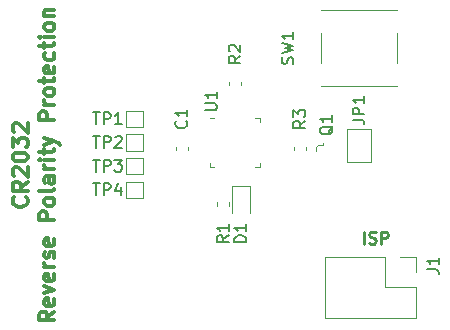
<source format=gbr>
G04 #@! TF.GenerationSoftware,KiCad,Pcbnew,(5.1.9)-1*
G04 #@! TF.CreationDate,2021-03-03T07:25:27+02:00*
G04 #@! TF.ProjectId,reverse,72657665-7273-4652-9e6b-696361645f70,rev?*
G04 #@! TF.SameCoordinates,Original*
G04 #@! TF.FileFunction,Legend,Top*
G04 #@! TF.FilePolarity,Positive*
%FSLAX46Y46*%
G04 Gerber Fmt 4.6, Leading zero omitted, Abs format (unit mm)*
G04 Created by KiCad (PCBNEW (5.1.9)-1) date 2021-03-03 07:25:27*
%MOMM*%
%LPD*%
G01*
G04 APERTURE LIST*
%ADD10C,0.300000*%
%ADD11C,0.250000*%
%ADD12C,0.100000*%
%ADD13C,0.120000*%
%ADD14C,0.150000*%
G04 APERTURE END LIST*
D10*
X123339285Y-64123809D02*
X123401190Y-64185714D01*
X123463095Y-64371428D01*
X123463095Y-64495238D01*
X123401190Y-64680952D01*
X123277380Y-64804761D01*
X123153571Y-64866666D01*
X122905952Y-64928571D01*
X122720238Y-64928571D01*
X122472619Y-64866666D01*
X122348809Y-64804761D01*
X122225000Y-64680952D01*
X122163095Y-64495238D01*
X122163095Y-64371428D01*
X122225000Y-64185714D01*
X122286904Y-64123809D01*
X123463095Y-62823809D02*
X122844047Y-63257142D01*
X123463095Y-63566666D02*
X122163095Y-63566666D01*
X122163095Y-63071428D01*
X122225000Y-62947619D01*
X122286904Y-62885714D01*
X122410714Y-62823809D01*
X122596428Y-62823809D01*
X122720238Y-62885714D01*
X122782142Y-62947619D01*
X122844047Y-63071428D01*
X122844047Y-63566666D01*
X122286904Y-62328571D02*
X122225000Y-62266666D01*
X122163095Y-62142857D01*
X122163095Y-61833333D01*
X122225000Y-61709523D01*
X122286904Y-61647619D01*
X122410714Y-61585714D01*
X122534523Y-61585714D01*
X122720238Y-61647619D01*
X123463095Y-62390476D01*
X123463095Y-61585714D01*
X122163095Y-60780952D02*
X122163095Y-60657142D01*
X122225000Y-60533333D01*
X122286904Y-60471428D01*
X122410714Y-60409523D01*
X122658333Y-60347619D01*
X122967857Y-60347619D01*
X123215476Y-60409523D01*
X123339285Y-60471428D01*
X123401190Y-60533333D01*
X123463095Y-60657142D01*
X123463095Y-60780952D01*
X123401190Y-60904761D01*
X123339285Y-60966666D01*
X123215476Y-61028571D01*
X122967857Y-61090476D01*
X122658333Y-61090476D01*
X122410714Y-61028571D01*
X122286904Y-60966666D01*
X122225000Y-60904761D01*
X122163095Y-60780952D01*
X122163095Y-59914285D02*
X122163095Y-59109523D01*
X122658333Y-59542857D01*
X122658333Y-59357142D01*
X122720238Y-59233333D01*
X122782142Y-59171428D01*
X122905952Y-59109523D01*
X123215476Y-59109523D01*
X123339285Y-59171428D01*
X123401190Y-59233333D01*
X123463095Y-59357142D01*
X123463095Y-59728571D01*
X123401190Y-59852380D01*
X123339285Y-59914285D01*
X122286904Y-58614285D02*
X122225000Y-58552380D01*
X122163095Y-58428571D01*
X122163095Y-58119047D01*
X122225000Y-57995238D01*
X122286904Y-57933333D01*
X122410714Y-57871428D01*
X122534523Y-57871428D01*
X122720238Y-57933333D01*
X123463095Y-58676190D01*
X123463095Y-57871428D01*
X125713095Y-73811904D02*
X125094047Y-74245238D01*
X125713095Y-74554761D02*
X124413095Y-74554761D01*
X124413095Y-74059523D01*
X124475000Y-73935714D01*
X124536904Y-73873809D01*
X124660714Y-73811904D01*
X124846428Y-73811904D01*
X124970238Y-73873809D01*
X125032142Y-73935714D01*
X125094047Y-74059523D01*
X125094047Y-74554761D01*
X125651190Y-72759523D02*
X125713095Y-72883333D01*
X125713095Y-73130952D01*
X125651190Y-73254761D01*
X125527380Y-73316666D01*
X125032142Y-73316666D01*
X124908333Y-73254761D01*
X124846428Y-73130952D01*
X124846428Y-72883333D01*
X124908333Y-72759523D01*
X125032142Y-72697619D01*
X125155952Y-72697619D01*
X125279761Y-73316666D01*
X124846428Y-72264285D02*
X125713095Y-71954761D01*
X124846428Y-71645238D01*
X125651190Y-70654761D02*
X125713095Y-70778571D01*
X125713095Y-71026190D01*
X125651190Y-71150000D01*
X125527380Y-71211904D01*
X125032142Y-71211904D01*
X124908333Y-71150000D01*
X124846428Y-71026190D01*
X124846428Y-70778571D01*
X124908333Y-70654761D01*
X125032142Y-70592857D01*
X125155952Y-70592857D01*
X125279761Y-71211904D01*
X125713095Y-70035714D02*
X124846428Y-70035714D01*
X125094047Y-70035714D02*
X124970238Y-69973809D01*
X124908333Y-69911904D01*
X124846428Y-69788095D01*
X124846428Y-69664285D01*
X125651190Y-69292857D02*
X125713095Y-69169047D01*
X125713095Y-68921428D01*
X125651190Y-68797619D01*
X125527380Y-68735714D01*
X125465476Y-68735714D01*
X125341666Y-68797619D01*
X125279761Y-68921428D01*
X125279761Y-69107142D01*
X125217857Y-69230952D01*
X125094047Y-69292857D01*
X125032142Y-69292857D01*
X124908333Y-69230952D01*
X124846428Y-69107142D01*
X124846428Y-68921428D01*
X124908333Y-68797619D01*
X125651190Y-67683333D02*
X125713095Y-67807142D01*
X125713095Y-68054761D01*
X125651190Y-68178571D01*
X125527380Y-68240476D01*
X125032142Y-68240476D01*
X124908333Y-68178571D01*
X124846428Y-68054761D01*
X124846428Y-67807142D01*
X124908333Y-67683333D01*
X125032142Y-67621428D01*
X125155952Y-67621428D01*
X125279761Y-68240476D01*
X125713095Y-66073809D02*
X124413095Y-66073809D01*
X124413095Y-65578571D01*
X124475000Y-65454761D01*
X124536904Y-65392857D01*
X124660714Y-65330952D01*
X124846428Y-65330952D01*
X124970238Y-65392857D01*
X125032142Y-65454761D01*
X125094047Y-65578571D01*
X125094047Y-66073809D01*
X125713095Y-64588095D02*
X125651190Y-64711904D01*
X125589285Y-64773809D01*
X125465476Y-64835714D01*
X125094047Y-64835714D01*
X124970238Y-64773809D01*
X124908333Y-64711904D01*
X124846428Y-64588095D01*
X124846428Y-64402380D01*
X124908333Y-64278571D01*
X124970238Y-64216666D01*
X125094047Y-64154761D01*
X125465476Y-64154761D01*
X125589285Y-64216666D01*
X125651190Y-64278571D01*
X125713095Y-64402380D01*
X125713095Y-64588095D01*
X125713095Y-63411904D02*
X125651190Y-63535714D01*
X125527380Y-63597619D01*
X124413095Y-63597619D01*
X125713095Y-62359523D02*
X125032142Y-62359523D01*
X124908333Y-62421428D01*
X124846428Y-62545238D01*
X124846428Y-62792857D01*
X124908333Y-62916666D01*
X125651190Y-62359523D02*
X125713095Y-62483333D01*
X125713095Y-62792857D01*
X125651190Y-62916666D01*
X125527380Y-62978571D01*
X125403571Y-62978571D01*
X125279761Y-62916666D01*
X125217857Y-62792857D01*
X125217857Y-62483333D01*
X125155952Y-62359523D01*
X125713095Y-61740476D02*
X124846428Y-61740476D01*
X125094047Y-61740476D02*
X124970238Y-61678571D01*
X124908333Y-61616666D01*
X124846428Y-61492857D01*
X124846428Y-61369047D01*
X125713095Y-60935714D02*
X124846428Y-60935714D01*
X124413095Y-60935714D02*
X124475000Y-60997619D01*
X124536904Y-60935714D01*
X124475000Y-60873809D01*
X124413095Y-60935714D01*
X124536904Y-60935714D01*
X124846428Y-60502380D02*
X124846428Y-60007142D01*
X124413095Y-60316666D02*
X125527380Y-60316666D01*
X125651190Y-60254761D01*
X125713095Y-60130952D01*
X125713095Y-60007142D01*
X124846428Y-59697619D02*
X125713095Y-59388095D01*
X124846428Y-59078571D02*
X125713095Y-59388095D01*
X126022619Y-59511904D01*
X126084523Y-59573809D01*
X126146428Y-59697619D01*
X125713095Y-57592857D02*
X124413095Y-57592857D01*
X124413095Y-57097619D01*
X124475000Y-56973809D01*
X124536904Y-56911904D01*
X124660714Y-56850000D01*
X124846428Y-56850000D01*
X124970238Y-56911904D01*
X125032142Y-56973809D01*
X125094047Y-57097619D01*
X125094047Y-57592857D01*
X125713095Y-56292857D02*
X124846428Y-56292857D01*
X125094047Y-56292857D02*
X124970238Y-56230952D01*
X124908333Y-56169047D01*
X124846428Y-56045238D01*
X124846428Y-55921428D01*
X125713095Y-55302380D02*
X125651190Y-55426190D01*
X125589285Y-55488095D01*
X125465476Y-55550000D01*
X125094047Y-55550000D01*
X124970238Y-55488095D01*
X124908333Y-55426190D01*
X124846428Y-55302380D01*
X124846428Y-55116666D01*
X124908333Y-54992857D01*
X124970238Y-54930952D01*
X125094047Y-54869047D01*
X125465476Y-54869047D01*
X125589285Y-54930952D01*
X125651190Y-54992857D01*
X125713095Y-55116666D01*
X125713095Y-55302380D01*
X124846428Y-54497619D02*
X124846428Y-54002380D01*
X124413095Y-54311904D02*
X125527380Y-54311904D01*
X125651190Y-54250000D01*
X125713095Y-54126190D01*
X125713095Y-54002380D01*
X125651190Y-53073809D02*
X125713095Y-53197619D01*
X125713095Y-53445238D01*
X125651190Y-53569047D01*
X125527380Y-53630952D01*
X125032142Y-53630952D01*
X124908333Y-53569047D01*
X124846428Y-53445238D01*
X124846428Y-53197619D01*
X124908333Y-53073809D01*
X125032142Y-53011904D01*
X125155952Y-53011904D01*
X125279761Y-53630952D01*
X125651190Y-51897619D02*
X125713095Y-52021428D01*
X125713095Y-52269047D01*
X125651190Y-52392857D01*
X125589285Y-52454761D01*
X125465476Y-52516666D01*
X125094047Y-52516666D01*
X124970238Y-52454761D01*
X124908333Y-52392857D01*
X124846428Y-52269047D01*
X124846428Y-52021428D01*
X124908333Y-51897619D01*
X124846428Y-51526190D02*
X124846428Y-51030952D01*
X124413095Y-51340476D02*
X125527380Y-51340476D01*
X125651190Y-51278571D01*
X125713095Y-51154761D01*
X125713095Y-51030952D01*
X125713095Y-50597619D02*
X124846428Y-50597619D01*
X124413095Y-50597619D02*
X124475000Y-50659523D01*
X124536904Y-50597619D01*
X124475000Y-50535714D01*
X124413095Y-50597619D01*
X124536904Y-50597619D01*
X125713095Y-49792857D02*
X125651190Y-49916666D01*
X125589285Y-49978571D01*
X125465476Y-50040476D01*
X125094047Y-50040476D01*
X124970238Y-49978571D01*
X124908333Y-49916666D01*
X124846428Y-49792857D01*
X124846428Y-49607142D01*
X124908333Y-49483333D01*
X124970238Y-49421428D01*
X125094047Y-49359523D01*
X125465476Y-49359523D01*
X125589285Y-49421428D01*
X125651190Y-49483333D01*
X125713095Y-49607142D01*
X125713095Y-49792857D01*
X124846428Y-48802380D02*
X125713095Y-48802380D01*
X124970238Y-48802380D02*
X124908333Y-48740476D01*
X124846428Y-48616666D01*
X124846428Y-48430952D01*
X124908333Y-48307142D01*
X125032142Y-48245238D01*
X125713095Y-48245238D01*
D11*
X151923809Y-68052380D02*
X151923809Y-67052380D01*
X152352380Y-68004761D02*
X152495238Y-68052380D01*
X152733333Y-68052380D01*
X152828571Y-68004761D01*
X152876190Y-67957142D01*
X152923809Y-67861904D01*
X152923809Y-67766666D01*
X152876190Y-67671428D01*
X152828571Y-67623809D01*
X152733333Y-67576190D01*
X152542857Y-67528571D01*
X152447619Y-67480952D01*
X152400000Y-67433333D01*
X152352380Y-67338095D01*
X152352380Y-67242857D01*
X152400000Y-67147619D01*
X152447619Y-67100000D01*
X152542857Y-67052380D01*
X152780952Y-67052380D01*
X152923809Y-67100000D01*
X153352380Y-68052380D02*
X153352380Y-67052380D01*
X153733333Y-67052380D01*
X153828571Y-67100000D01*
X153876190Y-67147619D01*
X153923809Y-67242857D01*
X153923809Y-67385714D01*
X153876190Y-67480952D01*
X153828571Y-67528571D01*
X153733333Y-67576190D01*
X153352380Y-67576190D01*
D12*
X148475000Y-59700240D02*
X148475000Y-59500240D01*
X148025000Y-59700240D02*
X148475000Y-59700240D01*
X147825000Y-59900240D02*
X148025000Y-59700240D01*
X147825000Y-60200240D02*
X147825000Y-59900240D01*
D13*
X139265000Y-57390000D02*
X138890000Y-57390000D01*
X143110000Y-61610000D02*
X143110000Y-61235000D01*
X142735000Y-61610000D02*
X143110000Y-61610000D01*
X138890000Y-61610000D02*
X138890000Y-61235000D01*
X139265000Y-61610000D02*
X138890000Y-61610000D01*
X143110000Y-57390000D02*
X143110000Y-57765000D01*
X142735000Y-57390000D02*
X143110000Y-57390000D01*
X131800000Y-64200000D02*
X131800000Y-62800000D01*
X133200000Y-64200000D02*
X131800000Y-64200000D01*
X133200000Y-62800000D02*
X133200000Y-64200000D01*
X131800000Y-62800000D02*
X133200000Y-62800000D01*
X131800000Y-62200000D02*
X131800000Y-60800000D01*
X133200000Y-62200000D02*
X131800000Y-62200000D01*
X133200000Y-60800000D02*
X133200000Y-62200000D01*
X131800000Y-60800000D02*
X133200000Y-60800000D01*
X131800000Y-60200000D02*
X131800000Y-58800000D01*
X133200000Y-60200000D02*
X131800000Y-60200000D01*
X133200000Y-58800000D02*
X133200000Y-60200000D01*
X131800000Y-58800000D02*
X133200000Y-58800000D01*
X131800000Y-58200000D02*
X131800000Y-56800000D01*
X133200000Y-58200000D02*
X131800000Y-58200000D01*
X133200000Y-56800000D02*
X133200000Y-58200000D01*
X131800000Y-56800000D02*
X133200000Y-56800000D01*
X148270000Y-54730000D02*
X154730000Y-54730000D01*
X148270000Y-50200000D02*
X148270000Y-52800000D01*
X148270000Y-48270000D02*
X154730000Y-48270000D01*
X154730000Y-50200000D02*
X154730000Y-52800000D01*
X148270000Y-48300000D02*
X148270000Y-48270000D01*
X148270000Y-54730000D02*
X148270000Y-54700000D01*
X154730000Y-54730000D02*
X154730000Y-54700000D01*
X154730000Y-48270000D02*
X154730000Y-48300000D01*
X145990000Y-59837221D02*
X145990000Y-60162779D01*
X147010000Y-59837221D02*
X147010000Y-60162779D01*
X140490000Y-54337221D02*
X140490000Y-54662779D01*
X141510000Y-54337221D02*
X141510000Y-54662779D01*
X139490000Y-64537221D02*
X139490000Y-64862779D01*
X140510000Y-64537221D02*
X140510000Y-64862779D01*
X152500000Y-58350000D02*
X152500000Y-61150000D01*
X152500000Y-61150000D02*
X150500000Y-61150000D01*
X150500000Y-61150000D02*
X150500000Y-58350000D01*
X150500000Y-58350000D02*
X152500000Y-58350000D01*
X156330000Y-69170000D02*
X156330000Y-70500000D01*
X155000000Y-69170000D02*
X156330000Y-69170000D01*
X156330000Y-71770000D02*
X156330000Y-74370000D01*
X153730000Y-71770000D02*
X156330000Y-71770000D01*
X153730000Y-69170000D02*
X153730000Y-71770000D01*
X156330000Y-74370000D02*
X148590000Y-74370000D01*
X153730000Y-69170000D02*
X148590000Y-69170000D01*
X148590000Y-69170000D02*
X148590000Y-74370000D01*
X140765000Y-63215000D02*
X140765000Y-65500000D01*
X142235000Y-63215000D02*
X140765000Y-63215000D01*
X142235000Y-65500000D02*
X142235000Y-63215000D01*
X135990000Y-59837221D02*
X135990000Y-60162779D01*
X137010000Y-59837221D02*
X137010000Y-60162779D01*
D14*
X149297619Y-58095238D02*
X149250000Y-58190476D01*
X149154761Y-58285714D01*
X149011904Y-58428571D01*
X148964285Y-58523809D01*
X148964285Y-58619047D01*
X149202380Y-58571428D02*
X149154761Y-58666666D01*
X149059523Y-58761904D01*
X148869047Y-58809523D01*
X148535714Y-58809523D01*
X148345238Y-58761904D01*
X148250000Y-58666666D01*
X148202380Y-58571428D01*
X148202380Y-58380952D01*
X148250000Y-58285714D01*
X148345238Y-58190476D01*
X148535714Y-58142857D01*
X148869047Y-58142857D01*
X149059523Y-58190476D01*
X149154761Y-58285714D01*
X149202380Y-58380952D01*
X149202380Y-58571428D01*
X149202380Y-57190476D02*
X149202380Y-57761904D01*
X149202380Y-57476190D02*
X148202380Y-57476190D01*
X148345238Y-57571428D01*
X148440476Y-57666666D01*
X148488095Y-57761904D01*
X138452380Y-56761904D02*
X139261904Y-56761904D01*
X139357142Y-56714285D01*
X139404761Y-56666666D01*
X139452380Y-56571428D01*
X139452380Y-56380952D01*
X139404761Y-56285714D01*
X139357142Y-56238095D01*
X139261904Y-56190476D01*
X138452380Y-56190476D01*
X139452380Y-55190476D02*
X139452380Y-55761904D01*
X139452380Y-55476190D02*
X138452380Y-55476190D01*
X138595238Y-55571428D01*
X138690476Y-55666666D01*
X138738095Y-55761904D01*
X128988095Y-62952380D02*
X129559523Y-62952380D01*
X129273809Y-63952380D02*
X129273809Y-62952380D01*
X129892857Y-63952380D02*
X129892857Y-62952380D01*
X130273809Y-62952380D01*
X130369047Y-63000000D01*
X130416666Y-63047619D01*
X130464285Y-63142857D01*
X130464285Y-63285714D01*
X130416666Y-63380952D01*
X130369047Y-63428571D01*
X130273809Y-63476190D01*
X129892857Y-63476190D01*
X131321428Y-63285714D02*
X131321428Y-63952380D01*
X131083333Y-62904761D02*
X130845238Y-63619047D01*
X131464285Y-63619047D01*
X128988095Y-60952380D02*
X129559523Y-60952380D01*
X129273809Y-61952380D02*
X129273809Y-60952380D01*
X129892857Y-61952380D02*
X129892857Y-60952380D01*
X130273809Y-60952380D01*
X130369047Y-61000000D01*
X130416666Y-61047619D01*
X130464285Y-61142857D01*
X130464285Y-61285714D01*
X130416666Y-61380952D01*
X130369047Y-61428571D01*
X130273809Y-61476190D01*
X129892857Y-61476190D01*
X130797619Y-60952380D02*
X131416666Y-60952380D01*
X131083333Y-61333333D01*
X131226190Y-61333333D01*
X131321428Y-61380952D01*
X131369047Y-61428571D01*
X131416666Y-61523809D01*
X131416666Y-61761904D01*
X131369047Y-61857142D01*
X131321428Y-61904761D01*
X131226190Y-61952380D01*
X130940476Y-61952380D01*
X130845238Y-61904761D01*
X130797619Y-61857142D01*
X128988095Y-58952380D02*
X129559523Y-58952380D01*
X129273809Y-59952380D02*
X129273809Y-58952380D01*
X129892857Y-59952380D02*
X129892857Y-58952380D01*
X130273809Y-58952380D01*
X130369047Y-59000000D01*
X130416666Y-59047619D01*
X130464285Y-59142857D01*
X130464285Y-59285714D01*
X130416666Y-59380952D01*
X130369047Y-59428571D01*
X130273809Y-59476190D01*
X129892857Y-59476190D01*
X130845238Y-59047619D02*
X130892857Y-59000000D01*
X130988095Y-58952380D01*
X131226190Y-58952380D01*
X131321428Y-59000000D01*
X131369047Y-59047619D01*
X131416666Y-59142857D01*
X131416666Y-59238095D01*
X131369047Y-59380952D01*
X130797619Y-59952380D01*
X131416666Y-59952380D01*
X128988095Y-56952380D02*
X129559523Y-56952380D01*
X129273809Y-57952380D02*
X129273809Y-56952380D01*
X129892857Y-57952380D02*
X129892857Y-56952380D01*
X130273809Y-56952380D01*
X130369047Y-57000000D01*
X130416666Y-57047619D01*
X130464285Y-57142857D01*
X130464285Y-57285714D01*
X130416666Y-57380952D01*
X130369047Y-57428571D01*
X130273809Y-57476190D01*
X129892857Y-57476190D01*
X131416666Y-57952380D02*
X130845238Y-57952380D01*
X131130952Y-57952380D02*
X131130952Y-56952380D01*
X131035714Y-57095238D01*
X130940476Y-57190476D01*
X130845238Y-57238095D01*
X145904761Y-52833333D02*
X145952380Y-52690476D01*
X145952380Y-52452380D01*
X145904761Y-52357142D01*
X145857142Y-52309523D01*
X145761904Y-52261904D01*
X145666666Y-52261904D01*
X145571428Y-52309523D01*
X145523809Y-52357142D01*
X145476190Y-52452380D01*
X145428571Y-52642857D01*
X145380952Y-52738095D01*
X145333333Y-52785714D01*
X145238095Y-52833333D01*
X145142857Y-52833333D01*
X145047619Y-52785714D01*
X145000000Y-52738095D01*
X144952380Y-52642857D01*
X144952380Y-52404761D01*
X145000000Y-52261904D01*
X144952380Y-51928571D02*
X145952380Y-51690476D01*
X145238095Y-51500000D01*
X145952380Y-51309523D01*
X144952380Y-51071428D01*
X145952380Y-50166666D02*
X145952380Y-50738095D01*
X145952380Y-50452380D02*
X144952380Y-50452380D01*
X145095238Y-50547619D01*
X145190476Y-50642857D01*
X145238095Y-50738095D01*
X146952380Y-57666666D02*
X146476190Y-58000000D01*
X146952380Y-58238095D02*
X145952380Y-58238095D01*
X145952380Y-57857142D01*
X146000000Y-57761904D01*
X146047619Y-57714285D01*
X146142857Y-57666666D01*
X146285714Y-57666666D01*
X146380952Y-57714285D01*
X146428571Y-57761904D01*
X146476190Y-57857142D01*
X146476190Y-58238095D01*
X145952380Y-57333333D02*
X145952380Y-56714285D01*
X146333333Y-57047619D01*
X146333333Y-56904761D01*
X146380952Y-56809523D01*
X146428571Y-56761904D01*
X146523809Y-56714285D01*
X146761904Y-56714285D01*
X146857142Y-56761904D01*
X146904761Y-56809523D01*
X146952380Y-56904761D01*
X146952380Y-57190476D01*
X146904761Y-57285714D01*
X146857142Y-57333333D01*
X141452380Y-52166666D02*
X140976190Y-52500000D01*
X141452380Y-52738095D02*
X140452380Y-52738095D01*
X140452380Y-52357142D01*
X140500000Y-52261904D01*
X140547619Y-52214285D01*
X140642857Y-52166666D01*
X140785714Y-52166666D01*
X140880952Y-52214285D01*
X140928571Y-52261904D01*
X140976190Y-52357142D01*
X140976190Y-52738095D01*
X140547619Y-51785714D02*
X140500000Y-51738095D01*
X140452380Y-51642857D01*
X140452380Y-51404761D01*
X140500000Y-51309523D01*
X140547619Y-51261904D01*
X140642857Y-51214285D01*
X140738095Y-51214285D01*
X140880952Y-51261904D01*
X141452380Y-51833333D01*
X141452380Y-51214285D01*
X140452380Y-67366666D02*
X139976190Y-67700000D01*
X140452380Y-67938095D02*
X139452380Y-67938095D01*
X139452380Y-67557142D01*
X139500000Y-67461904D01*
X139547619Y-67414285D01*
X139642857Y-67366666D01*
X139785714Y-67366666D01*
X139880952Y-67414285D01*
X139928571Y-67461904D01*
X139976190Y-67557142D01*
X139976190Y-67938095D01*
X140452380Y-66414285D02*
X140452380Y-66985714D01*
X140452380Y-66700000D02*
X139452380Y-66700000D01*
X139595238Y-66795238D01*
X139690476Y-66890476D01*
X139738095Y-66985714D01*
X150952380Y-57583333D02*
X151666666Y-57583333D01*
X151809523Y-57630952D01*
X151904761Y-57726190D01*
X151952380Y-57869047D01*
X151952380Y-57964285D01*
X151952380Y-57107142D02*
X150952380Y-57107142D01*
X150952380Y-56726190D01*
X151000000Y-56630952D01*
X151047619Y-56583333D01*
X151142857Y-56535714D01*
X151285714Y-56535714D01*
X151380952Y-56583333D01*
X151428571Y-56630952D01*
X151476190Y-56726190D01*
X151476190Y-57107142D01*
X151952380Y-55583333D02*
X151952380Y-56154761D01*
X151952380Y-55869047D02*
X150952380Y-55869047D01*
X151095238Y-55964285D01*
X151190476Y-56059523D01*
X151238095Y-56154761D01*
X157252380Y-70233333D02*
X157966666Y-70233333D01*
X158109523Y-70280952D01*
X158204761Y-70376190D01*
X158252380Y-70519047D01*
X158252380Y-70614285D01*
X158252380Y-69233333D02*
X158252380Y-69804761D01*
X158252380Y-69519047D02*
X157252380Y-69519047D01*
X157395238Y-69614285D01*
X157490476Y-69709523D01*
X157538095Y-69804761D01*
X141952380Y-67938095D02*
X140952380Y-67938095D01*
X140952380Y-67700000D01*
X141000000Y-67557142D01*
X141095238Y-67461904D01*
X141190476Y-67414285D01*
X141380952Y-67366666D01*
X141523809Y-67366666D01*
X141714285Y-67414285D01*
X141809523Y-67461904D01*
X141904761Y-67557142D01*
X141952380Y-67700000D01*
X141952380Y-67938095D01*
X141952380Y-66414285D02*
X141952380Y-66985714D01*
X141952380Y-66700000D02*
X140952380Y-66700000D01*
X141095238Y-66795238D01*
X141190476Y-66890476D01*
X141238095Y-66985714D01*
X136857142Y-57666666D02*
X136904761Y-57714285D01*
X136952380Y-57857142D01*
X136952380Y-57952380D01*
X136904761Y-58095238D01*
X136809523Y-58190476D01*
X136714285Y-58238095D01*
X136523809Y-58285714D01*
X136380952Y-58285714D01*
X136190476Y-58238095D01*
X136095238Y-58190476D01*
X136000000Y-58095238D01*
X135952380Y-57952380D01*
X135952380Y-57857142D01*
X136000000Y-57714285D01*
X136047619Y-57666666D01*
X136952380Y-56714285D02*
X136952380Y-57285714D01*
X136952380Y-57000000D02*
X135952380Y-57000000D01*
X136095238Y-57095238D01*
X136190476Y-57190476D01*
X136238095Y-57285714D01*
M02*

</source>
